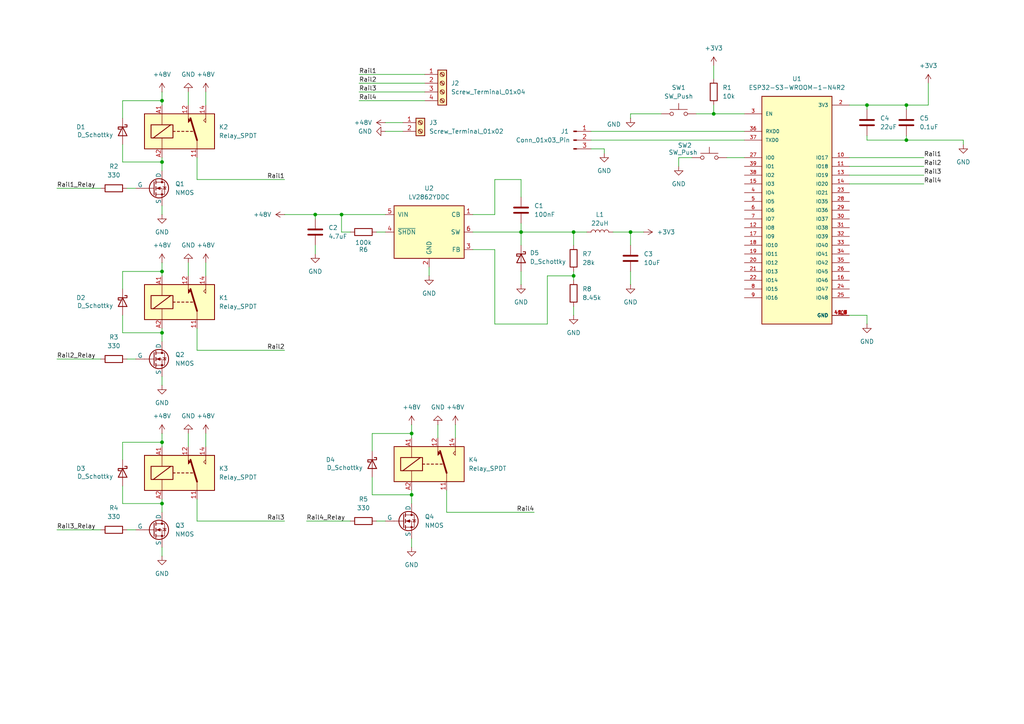
<source format=kicad_sch>
(kicad_sch (version 20250114) (generator "eeschema") (generator_version "9.0")
  (paper "A4")
  (lib_symbols
    (symbol "Connector:Conn_01x03_Pin" (pin_names (offset 1.016) (hide yes))
      (property "Reference" "J" (at 0 5.08 0))
      (property "Value" "Conn_01x03_Pin" (at 0 -5.08 0))
      (symbol "Conn_01x03_Pin_1_1"
        (rectangle (start 0.8636 2.667) (end 0 2.413) (stroke (width 0.1524)) (fill (type outline)))
        (rectangle (start 0.8636 0.127) (end 0 -0.127) (stroke (width 0.1524)) (fill (type outline)))
        (rectangle (start 0.8636 -2.413) (end 0 -2.667) (stroke (width 0.1524)) (fill (type outline)))
        (polyline (pts (xy 1.27 2.54) (xy 0.8636 2.54)) (stroke (width 0.1524)))
        (polyline (pts (xy 1.27 0) (xy 0.8636 0)) (stroke (width 0.1524)))
        (polyline (pts (xy 1.27 -2.54) (xy 0.8636 -2.54)) (stroke (width 0.1524)))
        (pin passive line (at 5.08 2.54 180) (length 3.81) (name "Pin_1") (number "1"))
        (pin passive line (at 5.08 0 180) (length 3.81) (name "Pin_2") (number "2"))
        (pin passive line (at 5.08 -2.54 180) (length 3.81) (name "Pin_3") (number "3"))
      )
    )
    (symbol "Connector:Screw_Terminal_01x02" (pin_names (offset 1.016) (hide yes))
      (property "Reference" "J" (at 0 2.54 0))
      (property "Value" "Screw_Terminal_01x02" (at 0 -5.08 0))
      (symbol "Screw_Terminal_01x02_1_1"
        (rectangle (start -1.27 1.27) (end 1.27 -3.81) (stroke (width 0.254)) (fill (type background)))
        (polyline (pts (xy -0.5334 0.3302) (xy 0.3302 -0.508)) (stroke (width 0.1524)))
        (polyline (pts (xy -0.5334 -2.2098) (xy 0.3302 -3.048)) (stroke (width 0.1524)))
        (polyline (pts (xy -0.3556 0.508) (xy 0.508 -0.3302)) (stroke (width 0.1524)))
        (polyline (pts (xy -0.3556 -2.032) (xy 0.508 -2.8702)) (stroke (width 0.1524)))
        (circle (center 0 0) (radius 0.635) (stroke (width 0.1524)))
        (circle (center 0 -2.54) (radius 0.635) (stroke (width 0.1524)))
        (pin passive line (at -5.08 0 0) (length 3.81) (name "Pin_1") (number "1"))
        (pin passive line (at -5.08 -2.54 0) (length 3.81) (name "Pin_2") (number "2"))
      )
    )
    (symbol "Connector:Screw_Terminal_01x04" (pin_names (offset 1.016) (hide yes))
      (property "Reference" "J" (at 0 5.08 0))
      (property "Value" "Screw_Terminal_01x04" (at 0 -7.62 0))
      (symbol "Screw_Terminal_01x04_1_1"
        (rectangle (start -1.27 3.81) (end 1.27 -6.35) (stroke (width 0.254)) (fill (type background)))
        (polyline (pts (xy -0.5334 2.8702) (xy 0.3302 2.032)) (stroke (width 0.1524)))
        (polyline (pts (xy -0.5334 0.3302) (xy 0.3302 -0.508)) (stroke (width 0.1524)))
        (polyline (pts (xy -0.5334 -2.2098) (xy 0.3302 -3.048)) (stroke (width 0.1524)))
        (polyline (pts (xy -0.5334 -4.7498) (xy 0.3302 -5.588)) (stroke (width 0.1524)))
        (polyline (pts (xy -0.3556 3.048) (xy 0.508 2.2098)) (stroke (width 0.1524)))
        (polyline (pts (xy -0.3556 0.508) (xy 0.508 -0.3302)) (stroke (width 0.1524)))
        (polyline (pts (xy -0.3556 -2.032) (xy 0.508 -2.8702)) (stroke (width 0.1524)))
        (polyline (pts (xy -0.3556 -4.572) (xy 0.508 -5.4102)) (stroke (width 0.1524)))
        (circle (center 0 2.54) (radius 0.635) (stroke (width 0.1524)))
        (circle (center 0 0) (radius 0.635) (stroke (width 0.1524)))
        (circle (center 0 -2.54) (radius 0.635) (stroke (width 0.1524)))
        (circle (center 0 -5.08) (radius 0.635) (stroke (width 0.1524)))
        (pin passive line (at -5.08 2.54 0) (length 3.81) (name "Pin_1") (number "1"))
        (pin passive line (at -5.08 0 0) (length 3.81) (name "Pin_2") (number "2"))
        (pin passive line (at -5.08 -2.54 0) (length 3.81) (name "Pin_3") (number "3"))
        (pin passive line (at -5.08 -5.08 0) (length 3.81) (name "Pin_4") (number "4"))
      )
    )
    (symbol "Device:C" (pin_numbers (hide yes)) (pin_names (offset 0.254))
      (property "Reference" "C" (at 0.635 2.54 0))
      (property "Value" "C" (at 0.635 -2.54 0))
      (symbol "C_0_1"
        (polyline (pts (xy -2.032 0.762) (xy 2.032 0.762)) (stroke (width 0.508)))
        (polyline (pts (xy -2.032 -0.762) (xy 2.032 -0.762)) (stroke (width 0.508)))
      )
      (symbol "C_1_1"
        (pin passive line (at 0 3.81 270) (length 2.794) (name "~") (number "1"))
        (pin passive line (at 0 -3.81 90) (length 2.794) (name "~") (number "2"))
      )
    )
    (symbol "Device:D_Schottky" (pin_numbers (hide yes)) (pin_names (offset 1.016) (hide yes))
      (property "Reference" "D" (at 0 2.54 0))
      (property "Value" "D_Schottky" (at 0 -2.54 0))
      (symbol "D_Schottky_0_1"
        (polyline (pts (xy -1.905 0.635) (xy -1.905 1.27) (xy -1.27 1.27) (xy -1.27 -1.27) (xy -0.635 -1.27) (xy -0.635 -0.635)) (stroke (width 0.254)))
        (polyline (pts (xy 1.27 1.27) (xy 1.27 -1.27) (xy -1.27 0) (xy 1.27 1.27)) (stroke (width 0.254)))
        (polyline (pts (xy 1.27 0) (xy -1.27 0)))
      )
      (symbol "D_Schottky_1_1"
        (pin passive line (at -3.81 0 0) (length 2.54) (name "K") (number "1"))
        (pin passive line (at 3.81 0 180) (length 2.54) (name "A") (number "2"))
      )
    )
    (symbol "Device:L" (pin_numbers (hide yes)) (pin_names (offset 1.016) (hide yes))
      (property "Reference" "L" (at -1.27 0 90))
      (property "Value" "L" (at 1.905 0 90))
      (symbol "L_0_1"
        (arc (start 0 2.54) (mid 0.6323 1.905) (end 0 1.27))
        (arc (start 0 1.27) (mid 0.6323 0.635) (end 0 0))
        (arc (start 0 0) (mid 0.6323 -0.635) (end 0 -1.27))
        (arc (start 0 -1.27) (mid 0.6323 -1.905) (end 0 -2.54))
      )
      (symbol "L_1_1"
        (pin passive line (at 0 3.81 270) (length 1.27) (name "1") (number "1"))
        (pin passive line (at 0 -3.81 90) (length 1.27) (name "2") (number "2"))
      )
    )
    (symbol "Device:R" (pin_numbers (hide yes)) (pin_names (offset 0))
      (property "Reference" "R" (at 2.032 0 90))
      (property "Value" "R" (at 0 0 90))
      (symbol "R_0_1"
        (rectangle (start -1.016 -2.54) (end 1.016 2.54) (stroke (width 0.254)))
      )
      (symbol "R_1_1"
        (pin passive line (at 0 3.81 270) (length 1.27) (name "~") (number "1"))
        (pin passive line (at 0 -3.81 90) (length 1.27) (name "~") (number "2"))
      )
    )
    (symbol "Regulator_Switching:LV2862YDDC" (pin_names (offset 1.016))
      (property "Reference" "U" (at -10.16 11.43 0))
      (property "Value" "LV2862YDDC" (at -10.16 8.89 0))
      (symbol "LV2862YDDC_0_1"
        (rectangle (start -10.16 7.62) (end 10.16 -7.62) (stroke (width 0.254)) (fill (type background)))
      )
      (symbol "LV2862YDDC_1_1"
        (pin power_in line (at -12.7 5.08 0) (length 2.54) (name "VIN") (number "5"))
        (pin input line (at -12.7 0 0) (length 2.54) (name "~{SHDN}") (number "4"))
        (pin power_in line (at 0 -10.16 90) (length 2.54) (name "GND") (number "2"))
        (pin input line (at 12.7 5.08 180) (length 2.54) (name "CB") (number "1"))
        (pin output line (at 12.7 0 180) (length 2.54) (name "SW") (number "6"))
        (pin input line (at 12.7 -5.08 180) (length 2.54) (name "FB") (number "3"))
      )
    )
    (symbol "Relay:Relay_SPDT"
      (property "Reference" "K" (at 11.43 3.81 0))
      (property "Value" "Relay_SPDT" (at 11.43 1.27 0))
      (symbol "Relay_SPDT_0_0"
        (polyline (pts (xy 7.62 5.08) (xy 7.62 2.54) (xy 6.985 3.175) (xy 7.62 3.81)))
      )
      (symbol "Relay_SPDT_0_1"
        (rectangle (start -10.16 5.08) (end 10.16 -5.08) (stroke (width 0.254)) (fill (type background)))
        (rectangle (start -8.255 1.905) (end -1.905 -1.905) (stroke (width 0.254)))
        (polyline (pts (xy -7.62 -1.905) (xy -2.54 1.905)) (stroke (width 0.254)))
        (polyline (pts (xy -5.08 5.08) (xy -5.08 1.905)))
        (polyline (pts (xy -5.08 -5.08) (xy -5.08 -1.905)))
        (polyline (pts (xy -1.905 0) (xy -1.27 0)) (stroke (width 0.254)))
        (polyline (pts (xy -0.635 0) (xy 0 0)) (stroke (width 0.254)))
        (polyline (pts (xy 0.635 0) (xy 1.27 0)) (stroke (width 0.254)))
        (polyline (pts (xy 1.905 0) (xy 2.54 0)) (stroke (width 0.254)))
        (polyline (pts (xy 2.54 5.08) (xy 2.54 2.54) (xy 3.175 3.175) (xy 2.54 3.81)) (fill (type outline)))
        (polyline (pts (xy 3.175 0) (xy 3.81 0)) (stroke (width 0.254)))
        (polyline (pts (xy 5.08 -2.54) (xy 3.175 3.81)) (stroke (width 0.508)))
        (polyline (pts (xy 5.08 -2.54) (xy 5.08 -5.08)))
      )
      (symbol "Relay_SPDT_1_1"
        (pin passive line (at -5.08 7.62 270) (length 2.54) (name "~") (number "A1"))
        (pin passive line (at -5.08 -7.62 90) (length 2.54) (name "~") (number "A2"))
        (pin passive line (at 2.54 7.62 270) (length 2.54) (name "~") (number "12"))
        (pin passive line (at 5.08 -7.62 90) (length 2.54) (name "~") (number "11"))
        (pin passive line (at 7.62 7.62 270) (length 2.54) (name "~") (number "14"))
      )
    )
    (symbol "Simulation_SPICE:NMOS" (pin_numbers (hide yes)) (pin_names (offset 0))
      (property "Reference" "Q" (at 5.08 1.27 0))
      (property "Value" "NMOS" (at 5.08 -1.27 0))
      (symbol "NMOS_0_1"
        (polyline (pts (xy 0.254 1.905) (xy 0.254 -1.905)) (stroke (width 0.254)))
        (polyline (pts (xy 0.254 0) (xy -2.54 0)))
        (polyline (pts (xy 0.762 2.286) (xy 0.762 1.27)) (stroke (width 0.254)))
        (polyline (pts (xy 0.762 0.508) (xy 0.762 -0.508)) (stroke (width 0.254)))
        (polyline (pts (xy 0.762 -1.27) (xy 0.762 -2.286)) (stroke (width 0.254)))
        (polyline (pts (xy 0.762 -1.778) (xy 3.302 -1.778) (xy 3.302 1.778) (xy 0.762 1.778)))
        (polyline (pts (xy 1.016 0) (xy 2.032 0.381) (xy 2.032 -0.381) (xy 1.016 0)) (fill (type outline)))
        (circle (center 1.651 0) (radius 2.794) (stroke (width 0.254)))
        (polyline (pts (xy 2.54 2.54) (xy 2.54 1.778)))
        (circle (center 2.54 1.778) (radius 0.254) (fill (type outline)))
        (circle (center 2.54 -1.778) (radius 0.254) (fill (type outline)))
        (polyline (pts (xy 2.54 -2.54) (xy 2.54 0) (xy 0.762 0)))
        (polyline (pts (xy 2.794 0.508) (xy 2.921 0.381) (xy 3.683 0.381) (xy 3.81 0.254)))
        (polyline (pts (xy 3.302 0.381) (xy 2.921 -0.254) (xy 3.683 -0.254) (xy 3.302 0.381)))
      )
      (symbol "NMOS_1_1"
        (pin input line (at -5.08 0 0) (length 2.54) (name "G") (number "2"))
        (pin passive line (at 2.54 5.08 270) (length 2.54) (name "D") (number "1"))
        (pin passive line (at 2.54 -5.08 90) (length 2.54) (name "S") (number "3"))
      )
    )
    (symbol "Switch:SW_Push" (pin_numbers (hide yes)) (pin_names (offset 1.016) (hide yes))
      (property "Reference" "SW" (at 1.27 2.54 0))
      (property "Value" "SW_Push" (at 0 -1.524 0))
      (symbol "SW_Push_0_1"
        (circle (center -2.032 0) (radius 0.508))
        (polyline (pts (xy 0 1.27) (xy 0 3.048)))
        (circle (center 2.032 0) (radius 0.508))
        (polyline (pts (xy 2.54 1.27) (xy -2.54 1.27)))
        (pin passive line (at -5.08 0 0) (length 2.54) (name "1") (number "1"))
        (pin passive line (at 5.08 0 180) (length 2.54) (name "2") (number "2"))
      )
    )
    (symbol "power:+3V3" (power) (pin_numbers (hide yes)) (pin_names (offset 0) (hide yes))
      (property "Value" "+3V3" (at 0 3.556 0))
      (symbol "+3V3_0_1"
        (polyline (pts (xy -0.762 1.27) (xy 0 2.54)))
        (polyline (pts (xy 0 2.54) (xy 0.762 1.27)))
        (polyline (pts (xy 0 0) (xy 0 2.54)))
      )
      (symbol "+3V3_1_1"
        (pin power_in line (at 0 0 90) (length 0) (name "~") (number "1"))
      )
    )
    (symbol "power:+48V" (power) (pin_numbers (hide yes)) (pin_names (offset 0) (hide yes))
      (property "Value" "+48V" (at 0 3.556 0))
      (symbol "+48V_0_1"
        (polyline (pts (xy -0.762 1.27) (xy 0 2.54)))
        (polyline (pts (xy 0 2.54) (xy 0.762 1.27)))
        (polyline (pts (xy 0 0) (xy 0 2.54)))
      )
      (symbol "+48V_1_1"
        (pin power_in line (at 0 0 90) (length 0) (name "~") (number "1"))
      )
    )
    (symbol "power:GND" (power) (pin_numbers (hide yes)) (pin_names (offset 0) (hide yes))
      (property "Value" "GND" (at 0 -3.81 0))
      (symbol "GND_0_1"
        (polyline (pts (xy 0 0) (xy 0 -1.27) (xy 1.27 -1.27) (xy 0 -2.54) (xy -1.27 -1.27) (xy 0 -1.27)))
      )
      (symbol "GND_1_1"
        (pin power_in line (at 0 0 270) (length 0) (name "~") (number "1"))
      )
    )
    (symbol "symbols:ESP32-S3-WROOM-1-N4R2" (pin_names (offset 1.016))
      (property "Reference" "U" (at -10.16 34.1122 0))
      (property "Value" "ESP32-S3-WROOM-1-N4R2" (at -10.16 -35.56 0))
      (symbol "ESP32-S3-WROOM-1-N4R2_0_0"
        (rectangle (start -10.16 -33.02) (end 10.16 33.02) (stroke (width 0.254)) (fill (type background)))
        (pin input line (at -15.24 27.94 0) (length 5.08) (name "EN") (number "3"))
        (pin bidirectional line (at -15.24 22.86 0) (length 5.08) (name "RXD0") (number "36"))
        (pin bidirectional line (at -15.24 20.32 0) (length 5.08) (name "TXD0") (number "37"))
        (pin bidirectional line (at -15.24 15.24 0) (length 5.08) (name "IO0") (number "27"))
        (pin bidirectional line (at -15.24 12.7 0) (length 5.08) (name "IO1") (number "39"))
        (pin bidirectional line (at -15.24 10.16 0) (length 5.08) (name "IO2") (number "38"))
        (pin bidirectional line (at -15.24 7.62 0) (length 5.08) (name "IO3") (number "15"))
        (pin bidirectional line (at -15.24 5.08 0) (length 5.08) (name "IO4") (number "4"))
        (pin bidirectional line (at -15.24 2.54 0) (length 5.08) (name "IO5") (number "5"))
        (pin bidirectional line (at -15.24 0 0) (length 5.08) (name "IO6") (number "6"))
        (pin bidirectional line (at -15.24 -2.54 0) (length 5.08) (name "IO7") (number "7"))
        (pin bidirectional line (at -15.24 -5.08 0) (length 5.08) (name "IO8") (number "12"))
        (pin bidirectional line (at -15.24 -7.62 0) (length 5.08) (name "IO9") (number "17"))
        (pin bidirectional line (at -15.24 -10.16 0) (length 5.08) (name "IO10") (number "18"))
        (pin bidirectional line (at -15.24 -12.7 0) (length 5.08) (name "IO11") (number "19"))
        (pin bidirectional line (at -15.24 -15.24 0) (length 5.08) (name "IO12") (number "20"))
        (pin bidirectional line (at -15.24 -17.78 0) (length 5.08) (name "IO13") (number "21"))
        (pin bidirectional line (at -15.24 -20.32 0) (length 5.08) (name "IO14") (number "22"))
        (pin bidirectional line (at -15.24 -22.86 0) (length 5.08) (name "IO15") (number "8"))
        (pin bidirectional line (at -15.24 -25.4 0) (length 5.08) (name "IO16") (number "9"))
        (pin power_in line (at 15.24 30.48 180) (length 5.08) (name "3V3") (number "2"))
        (pin bidirectional line (at 15.24 15.24 180) (length 5.08) (name "IO17") (number "10"))
        (pin bidirectional line (at 15.24 12.7 180) (length 5.08) (name "IO18") (number "11"))
        (pin bidirectional line (at 15.24 10.16 180) (length 5.08) (name "IO19") (number "13"))
        (pin bidirectional line (at 15.24 7.62 180) (length 5.08) (name "IO20") (number "14"))
        (pin bidirectional line (at 15.24 5.08 180) (length 5.08) (name "IO21") (number "23"))
        (pin bidirectional line (at 15.24 2.54 180) (length 5.08) (name "IO35") (number "28"))
        (pin bidirectional line (at 15.24 0 180) (length 5.08) (name "IO36") (number "29"))
        (pin bidirectional line (at 15.24 -2.54 180) (length 5.08) (name "IO37") (number "30"))
        (pin bidirectional line (at 15.24 -5.08 180) (length 5.08) (name "IO38") (number "31"))
        (pin bidirectional line (at 15.24 -7.62 180) (length 5.08) (name "IO39") (number "32"))
        (pin bidirectional line (at 15.24 -10.16 180) (length 5.08) (name "IO40") (number "33"))
        (pin bidirectional line (at 15.24 -12.7 180) (length 5.08) (name "IO41") (number "34"))
        (pin bidirectional line (at 15.24 -15.24 180) (length 5.08) (name "IO42") (number "35"))
        (pin bidirectional line (at 15.24 -17.78 180) (length 5.08) (name "IO45") (number "26"))
        (pin bidirectional line (at 15.24 -20.32 180) (length 5.08) (name "IO46") (number "16"))
        (pin bidirectional line (at 15.24 -22.86 180) (length 5.08) (name "IO47") (number "24"))
        (pin bidirectional line (at 15.24 -25.4 180) (length 5.08) (name "IO48") (number "25"))
        (pin power_in line (at 15.24 -30.48 180) (length 5.08) (name "GND") (number "1"))
        (pin power_in line (at 15.24 -30.48 180) (length 5.08) (name "GND") (number "40"))
        (pin power_in line (at 15.24 -30.48 180) (length 5.08) (name "GND") (number "41_1"))
        (pin power_in line (at 15.24 -30.48 180) (length 5.08) (name "GND") (number "41_2"))
        (pin power_in line (at 15.24 -30.48 180) (length 5.08) (name "GND") (number "41_3"))
        (pin power_in line (at 15.24 -30.48 180) (length 5.08) (name "GND") (number "41_4"))
        (pin power_in line (at 15.24 -30.48 180) (length 5.08) (name "GND") (number "41_5"))
        (pin power_in line (at 15.24 -30.48 180) (length 5.08) (name "GND") (number "41_6"))
        (pin power_in line (at 15.24 -30.48 180) (length 5.08) (name "GND") (number "41_7"))
        (pin power_in line (at 15.24 -30.48 180) (length 5.08) (name "GND") (number "41_8"))
        (pin power_in line (at 15.24 -30.48 180) (length 5.08) (name "GND") (number "41_9"))
      )
    )
  )
  (junction (at 151.13 67.31))
  (junction (at 46.99 29.21))
  (junction (at 119.38 125.73))
  (junction (at 46.99 46.99))
  (junction (at 251.46 30.48))
  (junction (at 182.88 67.31))
  (junction (at 99.06 62.23))
  (junction (at 91.44 62.23))
  (junction (at 262.89 30.48))
  (junction (at 46.99 146.05))
  (junction (at 46.99 78.74))
  (junction (at 166.37 80.01))
  (junction (at 46.99 96.52))
  (junction (at 166.37 67.31))
  (junction (at 119.38 143.51))
  (junction (at 262.89 40.64))
  (junction (at 46.99 128.27))
  (junction (at 207.01 33.02))
  (wire (pts (xy 35.56 146.05) (xy 46.99 146.05)))
  (wire (pts (xy 46.99 45.72) (xy 46.99 46.99)))
  (wire (pts (xy 35.56 34.29) (xy 35.56 29.21)))
  (wire (pts (xy 59.69 125.73) (xy 59.69 129.54)))
  (wire (pts (xy 104.14 24.13) (xy 123.19 24.13)))
  (wire (pts (xy 207.01 33.02) (xy 207.01 30.48)))
  (wire (pts (xy 166.37 80.01) (xy 166.37 81.28)))
  (wire (pts (xy 82.55 62.23) (xy 91.44 62.23)))
  (wire (pts (xy 109.22 67.31) (xy 111.76 67.31)))
  (wire (pts (xy 111.76 35.56) (xy 116.84 35.56)))
  (wire (pts (xy 215.9 33.02) (xy 207.01 33.02)))
  (wire (pts (xy 279.4 40.64) (xy 262.89 40.64)))
  (wire (pts (xy 119.38 156.21) (xy 119.38 158.75)))
  (wire (pts (xy 57.15 52.07) (xy 57.15 45.72)))
  (wire (pts (xy 251.46 39.37) (xy 251.46 40.64)))
  (wire (pts (xy 16.51 104.14) (xy 29.21 104.14)))
  (wire (pts (xy 246.38 48.26) (xy 267.97 48.26)))
  (wire (pts (xy 137.16 67.31) (xy 151.13 67.31)))
  (wire (pts (xy 132.08 123.19) (xy 132.08 127)))
  (wire (pts (xy 158.75 93.98) (xy 143.51 93.98)))
  (wire (pts (xy 36.83 104.14) (xy 39.37 104.14)))
  (wire (pts (xy 262.89 30.48) (xy 262.89 31.75)))
  (wire (pts (xy 88.9 151.13) (xy 101.6 151.13)))
  (wire (pts (xy 262.89 39.37) (xy 262.89 40.64)))
  (wire (pts (xy 99.06 67.31) (xy 99.06 62.23)))
  (wire (pts (xy 82.55 101.6) (xy 57.15 101.6)))
  (wire (pts (xy 119.38 125.73) (xy 119.38 127)))
  (wire (pts (xy 35.56 41.91) (xy 35.56 46.99)))
  (wire (pts (xy 107.95 138.43) (xy 107.95 143.51)))
  (wire (pts (xy 182.88 78.74) (xy 182.88 82.55)))
  (wire (pts (xy 35.56 83.82) (xy 35.56 78.74)))
  (wire (pts (xy 46.99 46.99) (xy 46.99 49.53)))
  (wire (pts (xy 36.83 153.67) (xy 39.37 153.67)))
  (wire (pts (xy 129.54 148.59) (xy 129.54 142.24)))
  (wire (pts (xy 137.16 62.23) (xy 143.51 62.23)))
  (wire (pts (xy 46.99 95.25) (xy 46.99 96.52)))
  (wire (pts (xy 175.26 44.45) (xy 175.26 43.18)))
  (wire (pts (xy 171.45 40.64) (xy 215.9 40.64)))
  (wire (pts (xy 104.14 29.21) (xy 123.19 29.21)))
  (wire (pts (xy 119.38 143.51) (xy 119.38 146.05)))
  (wire (pts (xy 59.69 26.67) (xy 59.69 30.48)))
  (wire (pts (xy 36.83 54.61) (xy 39.37 54.61)))
  (wire (pts (xy 82.55 151.13) (xy 57.15 151.13)))
  (wire (pts (xy 35.56 140.97) (xy 35.56 146.05)))
  (wire (pts (xy 54.61 125.73) (xy 54.61 129.54)))
  (wire (pts (xy 46.99 59.69) (xy 46.99 62.23)))
  (wire (pts (xy 57.15 151.13) (xy 57.15 144.78)))
  (wire (pts (xy 46.99 125.73) (xy 46.99 128.27)))
  (wire (pts (xy 91.44 62.23) (xy 91.44 63.5)))
  (wire (pts (xy 46.99 144.78) (xy 46.99 146.05)))
  (wire (pts (xy 171.45 43.18) (xy 175.26 43.18)))
  (wire (pts (xy 166.37 67.31) (xy 170.18 67.31)))
  (wire (pts (xy 35.56 128.27) (xy 46.99 128.27)))
  (wire (pts (xy 91.44 71.12) (xy 91.44 73.66)))
  (wire (pts (xy 151.13 64.77) (xy 151.13 67.31)))
  (wire (pts (xy 124.46 77.47) (xy 124.46 80.01)))
  (wire (pts (xy 104.14 26.67) (xy 123.19 26.67)))
  (wire (pts (xy 46.99 29.21) (xy 46.99 30.48)))
  (wire (pts (xy 151.13 67.31) (xy 151.13 71.12)))
  (wire (pts (xy 46.99 158.75) (xy 46.99 161.29)))
  (wire (pts (xy 82.55 52.07) (xy 57.15 52.07)))
  (wire (pts (xy 251.46 91.44) (xy 251.46 93.98)))
  (wire (pts (xy 57.15 101.6) (xy 57.15 95.25)))
  (wire (pts (xy 182.88 33.02) (xy 191.77 33.02)))
  (wire (pts (xy 151.13 67.31) (xy 166.37 67.31)))
  (wire (pts (xy 182.88 67.31) (xy 186.69 67.31)))
  (wire (pts (xy 154.94 148.59) (xy 129.54 148.59)))
  (wire (pts (xy 46.99 96.52) (xy 46.99 99.06)))
  (wire (pts (xy 16.51 54.61) (xy 29.21 54.61)))
  (wire (pts (xy 166.37 67.31) (xy 166.37 71.12)))
  (wire (pts (xy 59.69 76.2) (xy 59.69 80.01)))
  (wire (pts (xy 54.61 26.67) (xy 54.61 30.48)))
  (wire (pts (xy 16.51 153.67) (xy 29.21 153.67)))
  (wire (pts (xy 104.14 21.59) (xy 123.19 21.59)))
  (wire (pts (xy 46.99 109.22) (xy 46.99 111.76)))
  (wire (pts (xy 35.56 78.74) (xy 46.99 78.74)))
  (wire (pts (xy 107.95 143.51) (xy 119.38 143.51)))
  (wire (pts (xy 107.95 130.81) (xy 107.95 125.73)))
  (wire (pts (xy 107.95 125.73) (xy 119.38 125.73)))
  (wire (pts (xy 143.51 72.39) (xy 137.16 72.39)))
  (wire (pts (xy 171.45 38.1) (xy 215.9 38.1)))
  (wire (pts (xy 269.24 30.48) (xy 269.24 24.13)))
  (wire (pts (xy 91.44 62.23) (xy 99.06 62.23)))
  (wire (pts (xy 46.99 76.2) (xy 46.99 78.74)))
  (wire (pts (xy 196.85 45.72) (xy 196.85 48.26)))
  (wire (pts (xy 143.51 93.98) (xy 143.51 72.39)))
  (wire (pts (xy 101.6 67.31) (xy 99.06 67.31)))
  (wire (pts (xy 35.56 96.52) (xy 46.99 96.52)))
  (wire (pts (xy 201.93 33.02) (xy 207.01 33.02)))
  (wire (pts (xy 262.89 40.64) (xy 251.46 40.64)))
  (wire (pts (xy 111.76 38.1) (xy 116.84 38.1)))
  (wire (pts (xy 246.38 30.48) (xy 251.46 30.48)))
  (wire (pts (xy 127 123.19) (xy 127 127)))
  (wire (pts (xy 35.56 91.44) (xy 35.56 96.52)))
  (wire (pts (xy 251.46 30.48) (xy 251.46 31.75)))
  (wire (pts (xy 143.51 52.07) (xy 151.13 52.07)))
  (wire (pts (xy 119.38 142.24) (xy 119.38 143.51)))
  (wire (pts (xy 207.01 19.05) (xy 207.01 22.86)))
  (wire (pts (xy 182.88 67.31) (xy 182.88 71.12)))
  (wire (pts (xy 109.22 151.13) (xy 111.76 151.13)))
  (wire (pts (xy 46.99 78.74) (xy 46.99 80.01)))
  (wire (pts (xy 246.38 50.8) (xy 267.97 50.8)))
  (wire (pts (xy 251.46 30.48) (xy 262.89 30.48)))
  (wire (pts (xy 279.4 41.91) (xy 279.4 40.64)))
  (wire (pts (xy 166.37 88.9) (xy 166.37 91.44)))
  (wire (pts (xy 35.56 29.21) (xy 46.99 29.21)))
  (wire (pts (xy 200.66 45.72) (xy 196.85 45.72)))
  (wire (pts (xy 46.99 26.67) (xy 46.99 29.21)))
  (wire (pts (xy 151.13 52.07) (xy 151.13 57.15)))
  (wire (pts (xy 246.38 53.34) (xy 267.97 53.34)))
  (wire (pts (xy 35.56 46.99) (xy 46.99 46.99)))
  (wire (pts (xy 246.38 45.72) (xy 267.97 45.72)))
  (wire (pts (xy 54.61 76.2) (xy 54.61 80.01)))
  (wire (pts (xy 46.99 146.05) (xy 46.99 148.59)))
  (wire (pts (xy 151.13 78.74) (xy 151.13 82.55)))
  (wire (pts (xy 46.99 128.27) (xy 46.99 129.54)))
  (wire (pts (xy 262.89 30.48) (xy 269.24 30.48)))
  (wire (pts (xy 177.8 67.31) (xy 182.88 67.31)))
  (wire (pts (xy 99.06 62.23) (xy 111.76 62.23)))
  (wire (pts (xy 143.51 62.23) (xy 143.51 52.07)))
  (wire (pts (xy 158.75 80.01) (xy 158.75 93.98)))
  (wire (pts (xy 166.37 80.01) (xy 158.75 80.01)))
  (wire (pts (xy 210.82 45.72) (xy 215.9 45.72)))
  (wire (pts (xy 182.88 33.02) (xy 182.88 34.29)))
  (wire (pts (xy 35.56 133.35) (xy 35.56 128.27)))
  (wire (pts (xy 166.37 78.74) (xy 166.37 80.01)))
  (wire (pts (xy 119.38 123.19) (xy 119.38 125.73)))
  (wire (pts (xy 246.38 91.44) (xy 251.46 91.44)))
  (label "Rail2_Relay" (at 16.51 104.14 0))
  (label "Rail3_Relay" (at 16.51 153.67 0))
  (label "Rail3" (at 267.97 50.8 0))
  (label "Rail3" (at 104.14 26.67 0))
  (label "Rail2" (at 77.47 101.6 0))
  (label "Rail1" (at 77.47 52.07 0))
  (label "Rail1" (at 267.97 45.72 0))
  (label "Rail2" (at 104.14 24.13 0))
  (label "Rail1" (at 104.14 21.59 0))
  (label "Rail4_Relay" (at 88.9 151.13 0))
  (label "Rail4" (at 149.86 148.59 0))
  (label "Rail3" (at 77.47 151.13 0))
  (label "Rail4" (at 267.97 53.34 0))
  (label "Rail1_Relay" (at 16.51 54.61 0))
  (label "Rail2" (at 267.97 48.26 0))
  (label "Rail4" (at 104.14 29.21 0))
  (symbol (lib_id "power:GND") (at 175.26 44.45 0) (unit 1)
    (property "Reference" "#PWR04" (effects (hide yes)))
    (property "Value" "GND" (at 175.26 49.53 0))
    (property "Description" "Power symbol creates a global label with name \"GND\" , ground" (effects (hide yes)))
  )
  (symbol (lib_id "power:GND") (at 54.61 26.67 180) (unit 1)
    (property "Reference" "#PWR08" (effects (hide yes)))
    (property "Value" "GND" (at 54.61 21.59 0))
    (property "Description" "Power symbol creates a global label with name \"GND\" , ground" (effects (hide yes)))
  )
  (symbol (lib_id "Device:R") (at 105.41 151.13 90) (unit 1)
    (property "Reference" "R5" (at 105.41 144.78 90))
    (property "Value" "330" (at 105.41 147.32 90))
    (property "Footprint" "Resistor_SMD:R_0805_2012Metric_Pad1.20x1.40mm_HandSolder" (effects (hide yes)))
    (property "Description" "Resistor" (effects (hide yes)))
  )
  (symbol (lib_id "Relay:Relay_SPDT") (at 52.07 87.63 0) (unit 1)
    (property "Reference" "K1" (at 63.5 86.3599 0) (effects (justify left)))
    (property "Value" "Relay_SPDT" (at 63.5 88.8999 0) (effects (justify left)))
    (property "Footprint" "footprints:RELAY_PR25-48V-S-360-1C-E" (effects (hide yes)))
    (property "Description" "Relay SPDT, monostable, EN50005" (effects (hide yes)))
  )
  (symbol (lib_id "Device:R") (at 166.37 74.93 0) (unit 1)
    (property "Reference" "R7" (at 168.91 73.6599 0) (effects (justify left)))
    (property "Value" "28k" (at 168.91 76.1999 0) (effects (justify left)))
    (property "Footprint" "Resistor_SMD:R_0805_2012Metric_Pad1.20x1.40mm_HandSolder" (effects (hide yes)))
    (property "Description" "Resistor" (effects (hide yes)))
  )
  (symbol (lib_id "Device:C") (at 151.13 60.96 0) (unit 1)
    (property "Reference" "C1" (at 154.94 59.6899 0) (effects (justify left)))
    (property "Value" "100nF" (at 154.94 62.2299 0) (effects (justify left)))
    (property "Footprint" "Capacitor_SMD:C_0805_2012Metric_Pad1.18x1.45mm_HandSolder" (effects (hide yes)))
    (property "Description" "Unpolarized capacitor" (effects (hide yes)))
  )
  (symbol (lib_id "Regulator_Switching:LV2862YDDC") (at 124.46 67.31 0) (unit 1)
    (property "Reference" "U2" (at 124.46 54.61 0))
    (property "Value" "LV2862YDDC" (at 124.46 57.15 0))
    (property "Footprint" "Package_TO_SOT_SMD:SOT-23-6" (effects (hide yes)))
    (property "Datasheet" "https://www.ti.com/lit/ds/symlink/lv2862.pdf" (effects (hide yes)))
    (property "Description" "60V, 0.6A, stepdown, DC/DC converter, 2.1MHz" (effects (hide yes)))
  )
  (symbol (lib_id "Device:R") (at 105.41 67.31 90) (unit 1)
    (property "Reference" "R6" (at 105.41 72.39 90))
    (property "Value" "100k" (at 105.41 70.358 90))
    (property "Footprint" "Resistor_SMD:R_0805_2012Metric_Pad1.20x1.40mm_HandSolder" (effects (hide yes)))
    (property "Description" "Resistor" (effects (hide yes)))
  )
  (symbol (lib_id "Simulation_SPICE:NMOS") (at 44.45 104.14 0) (unit 1)
    (property "Reference" "Q2" (at 50.8 102.8699 0) (effects (justify left)))
    (property "Value" "NMOS" (at 50.8 105.4099 0) (effects (justify left)))
    (property "Footprint" "Package_TO_SOT_SMD:SOT-523" (effects (hide yes)))
    (property "Datasheet" "https://ngspice.sourceforge.io/docs/ngspice-html-manual/manual.xhtml#cha_MOSFETs" (effects (hide yes)))
    (property "Description" "N-MOSFET transistor, drain/source/gate" (effects (hide yes)))
    (property "Sim.Device" "NMOS" (effects (hide yes)))
    (property "Sim.Type" "VDMOS" (effects (hide yes)))
    (property "Sim.Pins" "1=D 2=G 3=S" (effects (hide yes)))
  )
  (symbol (lib_id "Device:D_Schottky") (at 151.13 74.93 270) (unit 1)
    (property "Reference" "D5" (at 153.67 73.3424 90) (effects (justify left)))
    (property "Value" "D_Schottky" (at 153.67 75.8824 90) (effects (justify left)))
    (property "Footprint" "footprints:DIO_DFLS1100-7" (effects (hide yes)))
    (property "Description" "Schottky diode" (effects (hide yes)))
  )
  (symbol (lib_id "power:GND") (at 91.44 73.66 0) (unit 1)
    (property "Reference" "#PWR028" (effects (hide yes)))
    (property "Value" "GND" (at 91.44 78.74 0))
    (property "Description" "Power symbol creates a global label with name \"GND\" , ground" (effects (hide yes)))
  )
  (symbol (lib_id "Device:L") (at 173.99 67.31 90) (unit 1)
    (property "Reference" "L1" (at 173.99 62.23 90))
    (property "Value" "22uH" (at 173.99 64.77 90))
    (property "Footprint" "footprints:IND_TAIYO_NR8040_TAY" (effects (hide yes)))
    (property "Description" "Inductor" (effects (hide yes)))
  )
  (symbol (lib_id "power:GND") (at 119.38 158.75 0) (unit 1)
    (property "Reference" "#PWR020" (effects (hide yes)))
    (property "Value" "GND" (at 119.38 163.83 0))
    (property "Description" "Power symbol creates a global label with name \"GND\" , ground" (effects (hide yes)))
  )
  (symbol (lib_id "Device:D_Schottky") (at 35.56 137.16 270) (unit 1)
    (property "Reference" "D3" (at 22.098 135.89 90) (effects (justify left)))
    (property "Value" "D_Schottky" (at 22.352 138.176 90) (effects (justify left)))
    (property "Footprint" "footprints:SMAFLAT_STPS2170AF_STM" (effects (hide yes)))
    (property "Description" "Schottky diode" (effects (hide yes)))
  )
  (symbol (lib_id "power:GND") (at 124.46 80.01 0) (unit 1)
    (property "Reference" "#PWR025" (effects (hide yes)))
    (property "Value" "GND" (at 124.46 85.09 0))
    (property "Description" "Power symbol creates a global label with name \"GND\" , ground" (effects (hide yes)))
  )
  (symbol (lib_id "Switch:SW_Push") (at 196.85 33.02 0) (unit 1)
    (property "Reference" "SW1" (at 196.85 25.4 0))
    (property "Value" "SW_Push" (at 196.85 27.94 0))
    (property "Footprint" "footprints:PTS647SK38SMTR2LFS_CNK" (effects (hide yes)))
    (property "Description" "Push button switch, generic, two pins" (effects (hide yes)))
  )
  (symbol (lib_id "Connector:Screw_Terminal_01x04") (at 128.27 24.13 0) (unit 1)
    (property "Reference" "J2" (at 130.81 24.1299 0) (effects (justify left)))
    (property "Value" "Screw_Terminal_01x04" (at 130.81 26.6699 0) (effects (justify left)))
    (property "Footprint" "footprints:TE_282836-4" (effects (hide yes)))
    (property "Description" "Generic screw terminal, single row, 01x04, script generated (kicad-library-utils/schlib/autogen/connector/)" (effects (hide yes)))
  )
  (symbol (lib_id "Device:D_Schottky") (at 35.56 38.1 270) (unit 1)
    (property "Reference" "D1" (at 22.098 36.83 90) (effects (justify left)))
    (property "Value" "D_Schottky" (at 22.352 39.116 90) (effects (justify left)))
    (property "Footprint" "footprints:SMAFLAT_STPS2170AF_STM" (effects (hide yes)))
    (property "Description" "Schottky diode" (effects (hide yes)))
  )
  (symbol (lib_id "Relay:Relay_SPDT") (at 52.07 137.16 0) (unit 1)
    (property "Reference" "K3" (at 63.5 135.8899 0) (effects (justify left)))
    (property "Value" "Relay_SPDT" (at 63.5 138.4299 0) (effects (justify left)))
    (property "Footprint" "footprints:RELAY_PR25-48V-S-360-1C-E" (effects (hide yes)))
    (property "Description" "Relay SPDT, monostable, EN50005" (effects (hide yes)))
  )
  (symbol (lib_id "Device:C") (at 182.88 74.93 0) (unit 1)
    (property "Reference" "C3" (at 186.69 73.6599 0) (effects (justify left)))
    (property "Value" "10uF" (at 186.69 76.1999 0) (effects (justify left)))
    (property "Footprint" "Capacitor_SMD:C_0805_2012Metric_Pad1.18x1.45mm_HandSolder" (effects (hide yes)))
    (property "Description" "Unpolarized capacitor" (effects (hide yes)))
  )
  (symbol (lib_id "Simulation_SPICE:NMOS") (at 116.84 151.13 0) (unit 1)
    (property "Reference" "Q4" (at 123.19 149.8599 0) (effects (justify left)))
    (property "Value" "NMOS" (at 123.19 152.3999 0) (effects (justify left)))
    (property "Footprint" "Package_TO_SOT_SMD:SOT-523" (effects (hide yes)))
    (property "Datasheet" "https://ngspice.sourceforge.io/docs/ngspice-html-manual/manual.xhtml#cha_MOSFETs" (effects (hide yes)))
    (property "Description" "N-MOSFET transistor, drain/source/gate" (effects (hide yes)))
    (property "Sim.Device" "NMOS" (effects (hide yes)))
    (property "Sim.Type" "VDMOS" (effects (hide yes)))
    (property "Sim.Pins" "1=D 2=G 3=S" (effects (hide yes)))
  )
  (symbol (lib_id "power:GND") (at 54.61 125.73 180) (unit 1)
    (property "Reference" "#PWR017" (effects (hide yes)))
    (property "Value" "GND" (at 54.61 120.65 0))
    (property "Description" "Power symbol creates a global label with name \"GND\" , ground" (effects (hide yes)))
  )
  (symbol (lib_id "Connector:Conn_01x03_Pin") (at 166.37 40.64 0) (unit 1)
    (property "Reference" "J1" (at 163.83 38.1 0))
    (property "Value" "Conn_01x03_Pin" (at 157.48 40.64 0))
    (property "Footprint" "Connector_PinHeader_2.54mm:PinHeader_1x03_P2.54mm_Vertical" (effects (hide yes)))
    (property "Description" "Generic connector, single row, 01x03, script generated" (effects (hide yes)))
  )
  (symbol (lib_id "power:GND") (at 46.99 111.76 0) (unit 1)
    (property "Reference" "#PWR012" (effects (hide yes)))
    (property "Value" "GND" (at 46.99 116.84 0))
    (property "Description" "Power symbol creates a global label with name \"GND\" , ground" (effects (hide yes)))
  )
  (symbol (lib_id "power:GND") (at 46.99 62.23 0) (unit 1)
    (property "Reference" "#PWR010" (effects (hide yes)))
    (property "Value" "GND" (at 46.99 67.31 0))
    (property "Description" "Power symbol creates a global label with name \"GND\" , ground" (effects (hide yes)))
  )
  (symbol (lib_id "Device:D_Schottky") (at 107.95 134.62 270) (unit 1)
    (property "Reference" "D4" (at 94.488 133.35 90) (effects (justify left)))
    (property "Value" "D_Schottky" (at 94.742 135.636 90) (effects (justify left)))
    (property "Footprint" "footprints:SMAFLAT_STPS2170AF_STM" (effects (hide yes)))
    (property "Description" "Schottky diode" (effects (hide yes)))
  )
  (symbol (lib_id "Simulation_SPICE:NMOS") (at 44.45 153.67 0) (unit 1)
    (property "Reference" "Q3" (at 50.8 152.3999 0) (effects (justify left)))
    (property "Value" "NMOS" (at 50.8 154.9399 0) (effects (justify left)))
    (property "Footprint" "Package_TO_SOT_SMD:SOT-523" (effects (hide yes)))
    (property "Datasheet" "https://ngspice.sourceforge.io/docs/ngspice-html-manual/manual.xhtml#cha_MOSFETs" (effects (hide yes)))
    (property "Description" "N-MOSFET transistor, drain/source/gate" (effects (hide yes)))
    (property "Sim.Device" "NMOS" (effects (hide yes)))
    (property "Sim.Type" "VDMOS" (effects (hide yes)))
    (property "Sim.Pins" "1=D 2=G 3=S" (effects (hide yes)))
  )
  (symbol (lib_id "power:GND") (at 182.88 82.55 0) (unit 1)
    (property "Reference" "#PWR030" (effects (hide yes)))
    (property "Value" "GND" (at 182.88 87.63 0))
    (property "Description" "Power symbol creates a global label with name \"GND\" , ground" (effects (hide yes)))
  )
  (symbol (lib_id "Device:R") (at 207.01 26.67 0) (unit 1)
    (property "Reference" "R1" (at 209.55 25.3999 0) (effects (justify left)))
    (property "Value" "10k" (at 209.55 27.9399 0) (effects (justify left)))
    (property "Footprint" "Resistor_SMD:R_0805_2012Metric_Pad1.20x1.40mm_HandSolder" (effects (hide yes)))
    (property "Description" "Resistor" (effects (hide yes)))
  )
  (symbol (lib_id "power:+48V") (at 119.38 123.19 0) (unit 1)
    (property "Reference" "#PWR019" (effects (hide yes)))
    (property "Value" "+48V" (at 119.38 118.11 0))
    (property "Description" "Power symbol creates a global label with name \"+48V\"" (effects (hide yes)))
  )
  (symbol (lib_id "power:GND") (at 151.13 82.55 0) (unit 1)
    (property "Reference" "#PWR031" (effects (hide yes)))
    (property "Value" "GND" (at 151.13 87.63 0))
    (property "Description" "Power symbol creates a global label with name \"GND\" , ground" (effects (hide yes)))
  )
  (symbol (lib_id "Relay:Relay_SPDT") (at 52.07 38.1 0) (unit 1)
    (property "Reference" "K2" (at 63.5 36.8299 0) (effects (justify left)))
    (property "Value" "Relay_SPDT" (at 63.5 39.3699 0) (effects (justify left)))
    (property "Footprint" "footprints:RELAY_PR25-48V-S-360-1C-E" (effects (hide yes)))
    (property "Description" "Relay SPDT, monostable, EN50005" (effects (hide yes)))
  )
  (symbol (lib_id "Device:D_Schottky") (at 35.56 87.63 270) (unit 1)
    (property "Reference" "D2" (at 22.098 86.36 90) (effects (justify left)))
    (property "Value" "D_Schottky" (at 22.352 88.646 90) (effects (justify left)))
    (property "Footprint" "footprints:SMAFLAT_STPS2170AF_STM" (effects (hide yes)))
    (property "Description" "Schottky diode" (effects (hide yes)))
  )
  (symbol (lib_id "power:+48V") (at 82.55 62.23 90) (unit 1)
    (property "Reference" "#PWR026" (effects (hide yes)))
    (property "Value" "+48V" (at 78.74 62.2299 90) (effects (justify left)))
    (property "Description" "Power symbol creates a global label with name \"+48V\"" (effects (hide yes)))
  )
  (symbol (lib_id "Device:R") (at 33.02 54.61 90) (unit 1)
    (property "Reference" "R2" (at 33.02 48.26 90))
    (property "Value" "330" (at 33.02 50.8 90))
    (property "Footprint" "Resistor_SMD:R_0805_2012Metric_Pad1.20x1.40mm_HandSolder" (effects (hide yes)))
    (property "Description" "Resistor" (effects (hide yes)))
  )
  (symbol (lib_id "power:GND") (at 111.76 38.1 270) (unit 1)
    (property "Reference" "#PWR024" (effects (hide yes)))
    (property "Value" "GND" (at 107.95 38.0999 90) (effects (justify right)))
    (property "Description" "Power symbol creates a global label with name \"GND\" , ground" (effects (hide yes)))
  )
  (symbol (lib_id "power:+48V") (at 111.76 35.56 90) (unit 1)
    (property "Reference" "#PWR023" (effects (hide yes)))
    (property "Value" "+48V" (at 107.95 35.5599 90) (effects (justify left)))
    (property "Description" "Power symbol creates a global label with name \"+48V\"" (effects (hide yes)))
  )
  (symbol (lib_id "power:+48V") (at 46.99 125.73 0) (unit 1)
    (property "Reference" "#PWR015" (effects (hide yes)))
    (property "Value" "+48V" (at 46.99 120.65 0))
    (property "Description" "Power symbol creates a global label with name \"+48V\"" (effects (hide yes)))
  )
  (symbol (lib_id "power:+48V") (at 59.69 76.2 0) (unit 1)
    (property "Reference" "#PWR014" (effects (hide yes)))
    (property "Value" "+48V" (at 59.69 71.12 0))
    (property "Description" "Power symbol creates a global label with name \"+48V\"" (effects (hide yes)))
  )
  (symbol (lib_id "power:+3V3") (at 186.69 67.31 270) (unit 1)
    (property "Reference" "#PWR029" (effects (hide yes)))
    (property "Value" "+3V3" (at 190.5 67.3099 90) (effects (justify left)))
    (property "Description" "Power symbol creates a global label with name \"+3V3\"" (effects (hide yes)))
  )
  (symbol (lib_id "power:GND") (at 251.46 93.98 0) (unit 1)
    (property "Reference" "#PWR01" (effects (hide yes)))
    (property "Value" "GND" (at 251.46 99.06 0))
    (property "Description" "Power symbol creates a global label with name \"GND\" , ground" (effects (hide yes)))
  )
  (symbol (lib_id "power:+48V") (at 59.69 125.73 0) (unit 1)
    (property "Reference" "#PWR018" (effects (hide yes)))
    (property "Value" "+48V" (at 59.69 120.65 0))
    (property "Description" "Power symbol creates a global label with name \"+48V\"" (effects (hide yes)))
  )
  (symbol (lib_id "power:+48V") (at 46.99 26.67 0) (unit 1)
    (property "Reference" "#PWR07" (effects (hide yes)))
    (property "Value" "+48V" (at 46.99 21.59 0))
    (property "Description" "Power symbol creates a global label with name \"+48V\"" (effects (hide yes)))
  )
  (symbol (lib_id "Device:R") (at 33.02 104.14 90) (unit 1)
    (property "Reference" "R3" (at 33.02 97.79 90))
    (property "Value" "330" (at 33.02 100.33 90))
    (property "Footprint" "Resistor_SMD:R_0805_2012Metric_Pad1.20x1.40mm_HandSolder" (effects (hide yes)))
    (property "Description" "Resistor" (effects (hide yes)))
  )
  (symbol (lib_id "power:GND") (at 182.88 34.29 0) (unit 1)
    (property "Reference" "#PWR05" (effects (hide yes)))
    (property "Value" "GND" (at 178.054 36.068 0))
    (property "Description" "Power symbol creates a global label with name \"GND\" , ground" (effects (hide yes)))
  )
  (symbol (lib_id "Connector:Screw_Terminal_01x02") (at 121.92 35.56 0) (unit 1)
    (property "Reference" "J3" (at 124.46 35.5599 0) (effects (justify left)))
    (property "Value" "Screw_Terminal_01x02" (at 124.46 38.0999 0) (effects (justify left)))
    (property "Footprint" "footprints:TE_282836-2" (effects (hide yes)))
    (property "Description" "Generic screw terminal, single row, 01x02, script generated (kicad-library-utils/schlib/autogen/connector/)" (effects (hide yes)))
  )
  (symbol (lib_id "symbols:ESP32-S3-WROOM-1-N4R2") (at 231.14 60.96 0) (unit 1)
    (property "Reference" "U1" (at 231.14 22.86 0))
    (property "Value" "ESP32-S3-WROOM-1-N4R2" (at 231.14 25.4 0))
    (property "Footprint" "footprints:XCVR_ESP32-S3-WROOM-1-N4R2" (effects (hide yes)))
    (property "MF" "Espressif Systems" (effects (hide yes)))
    (property "MAXIMUM_PACKAGE_HEIGHT" "3.25mm" (effects (hide yes)))
    (property "Package" "NON STANDARD Espressif Systems" (effects (hide yes)))
    (property "Price" "None" (effects (hide yes)))
    (property "Check_prices" "https://www.snapeda.com/parts/ESP32-S3-WROOM-1-N4R2/Espressif+Systems/view-part/?ref=eda" (effects (hide yes)))
    (property "STANDARD" "Manufacturer Recommendations" (effects (hide yes)))
    (property "PARTREV" "v1.0" (effects (hide yes)))
    (property "SnapEDA_Link" "https://www.snapeda.com/parts/ESP32-S3-WROOM-1-N4R2/Espressif+Systems/view-part/?ref=snap" (effects (hide yes)))
    (property "MP" "ESP32-S3-WROOM-1-N4R2" (effects (hide yes)))
    (property "Description_1" "Bluetooth, WiFi 802.11b/g/n, Bluetooth v5.0 Transceiver Module 2.4GHz PCB Trace Surface Mount" (effects (hide yes)))
    (property "Availability" "In Stock" (effects (hide yes)))
    (property "MANUFACTURER" "Espressif" (effects (hide yes)))
  )
  (symbol (lib_id "power:+48V") (at 46.99 76.2 0) (unit 1)
    (property "Reference" "#PWR011" (effects (hide yes)))
    (property "Value" "+48V" (at 46.99 71.12 0))
    (property "Description" "Power symbol creates a global label with name \"+48V\"" (effects (hide yes)))
  )
  (symbol (lib_id "Device:C") (at 251.46 35.56 0) (unit 1)
    (property "Reference" "C4" (at 255.27 34.2899 0) (effects (justify left)))
    (property "Value" "22uF" (at 255.27 36.8299 0) (effects (justify left)))
    (property "Footprint" "Capacitor_SMD:C_0805_2012Metric_Pad1.18x1.45mm_HandSolder" (effects (hide yes)))
    (property "Description" "Unpolarized capacitor" (effects (hide yes)))
  )
  (symbol (lib_id "Switch:SW_Push") (at 205.74 45.72 0) (unit 1)
    (property "Reference" "SW2" (at 198.628 42.164 0))
    (property "Value" "SW_Push" (at 198.12 44.196 0))
    (property "Footprint" "footprints:PTS647SK38SMTR2LFS_CNK" (effects (hide yes)))
    (property "Description" "Push button switch, generic, two pins" (effects (hide yes)))
  )
  (symbol (lib_id "Device:C") (at 91.44 67.31 0) (unit 1)
    (property "Reference" "C2" (at 95.25 66.0399 0) (effects (justify left)))
    (property "Value" "4.7uF" (at 95.25 68.5799 0) (effects (justify left)))
    (property "Footprint" "Capacitor_SMD:C_0805_2012Metric_Pad1.18x1.45mm_HandSolder" (effects (hide yes)))
    (property "Description" "Unpolarized capacitor" (effects (hide yes)))
  )
  (symbol (lib_id "power:GND") (at 196.85 48.26 0) (unit 1)
    (property "Reference" "#PWR06" (effects (hide yes)))
    (property "Value" "GND" (at 196.85 53.34 0))
    (property "Description" "Power symbol creates a global label with name \"GND\" , ground" (effects (hide yes)))
  )
  (symbol (lib_id "power:GND") (at 54.61 76.2 180) (unit 1)
    (property "Reference" "#PWR013" (effects (hide yes)))
    (property "Value" "GND" (at 54.61 71.12 0))
    (property "Description" "Power symbol creates a global label with name \"GND\" , ground" (effects (hide yes)))
  )
  (symbol (lib_id "Relay:Relay_SPDT") (at 124.46 134.62 0) (unit 1)
    (property "Reference" "K4" (at 135.89 133.3499 0) (effects (justify left)))
    (property "Value" "Relay_SPDT" (at 135.89 135.8899 0) (effects (justify left)))
    (property "Footprint" "footprints:RELAY_PR25-48V-S-360-1C-E" (effects (hide yes)))
    (property "Description" "Relay SPDT, monostable, EN50005" (effects (hide yes)))
  )
  (symbol (lib_id "power:+3V3") (at 269.24 24.13 0) (unit 1)
    (property "Reference" "#PWR02" (effects (hide yes)))
    (property "Value" "+3V3" (at 269.24 19.05 0))
    (property "Description" "Power symbol creates a global label with name \"+3V3\"" (effects (hide yes)))
  )
  (symbol (lib_id "Simulation_SPICE:NMOS") (at 44.45 54.61 0) (unit 1)
    (property "Reference" "Q1" (at 50.8 53.3399 0) (effects (justify left)))
    (property "Value" "NMOS" (at 50.8 55.8799 0) (effects (justify left)))
    (property "Footprint" "Package_TO_SOT_SMD:SOT-523" (effects (hide yes)))
    (property "Datasheet" "https://ngspice.sourceforge.io/docs/ngspice-html-manual/manual.xhtml#cha_MOSFETs" (effects (hide yes)))
    (property "Description" "N-MOSFET transistor, drain/source/gate" (effects (hide yes)))
    (property "Sim.Device" "NMOS" (effects (hide yes)))
    (property "Sim.Type" "VDMOS" (effects (hide yes)))
    (property "Sim.Pins" "1=D 2=G 3=S" (effects (hide yes)))
  )
  (symbol (lib_id "power:GND") (at 46.99 161.29 0) (unit 1)
    (property "Reference" "#PWR016" (effects (hide yes)))
    (property "Value" "GND" (at 46.99 166.37 0))
    (property "Description" "Power symbol creates a global label with name \"GND\" , ground" (effects (hide yes)))
  )
  (symbol (lib_id "power:+48V") (at 59.69 26.67 0) (unit 1)
    (property "Reference" "#PWR09" (effects (hide yes)))
    (property "Value" "+48V" (at 59.69 21.59 0))
    (property "Description" "Power symbol creates a global label with name \"+48V\"" (effects (hide yes)))
  )
  (symbol (lib_id "power:GND") (at 279.4 41.91 0) (unit 1)
    (property "Reference" "#PWR032" (effects (hide yes)))
    (property "Value" "GND" (at 279.4 46.99 0))
    (property "Description" "Power symbol creates a global label with name \"GND\" , ground" (effects (hide yes)))
  )
  (symbol (lib_id "power:GND") (at 166.37 91.44 0) (unit 1)
    (property "Reference" "#PWR027" (effects (hide yes)))
    (property "Value" "GND" (at 166.37 96.52 0))
    (property "Description" "Power symbol creates a global label with name \"GND\" , ground" (effects (hide yes)))
  )
  (symbol (lib_id "Device:R") (at 166.37 85.09 0) (unit 1)
    (property "Reference" "R8" (at 168.91 83.8199 0) (effects (justify left)))
    (property "Value" "8.45k" (at 168.91 86.3599 0) (effects (justify left)))
    (property "Footprint" "Resistor_SMD:R_0805_2012Metric_Pad1.20x1.40mm_HandSolder" (effects (hide yes)))
    (property "Description" "Resistor" (effects (hide yes)))
  )
  (symbol (lib_id "power:+48V") (at 132.08 123.19 0) (unit 1)
    (property "Reference" "#PWR022" (effects (hide yes)))
    (property "Value" "+48V" (at 132.08 118.11 0))
    (property "Description" "Power symbol creates a global label with name \"+48V\"" (effects (hide yes)))
  )
  (symbol (lib_id "power:+3V3") (at 207.01 19.05 0) (unit 1)
    (property "Reference" "#PWR03" (effects (hide yes)))
    (property "Value" "+3V3" (at 207.01 13.97 0))
    (property "Description" "Power symbol creates a global label with name \"+3V3\"" (effects (hide yes)))
  )
  (symbol (lib_id "Device:R") (at 33.02 153.67 90) (unit 1)
    (property "Reference" "R4" (at 33.02 147.32 90))
    (property "Value" "330" (at 33.02 149.86 90))
    (property "Footprint" "Resistor_SMD:R_0805_2012Metric_Pad1.20x1.40mm_HandSolder" (effects (hide yes)))
    (property "Description" "Resistor" (effects (hide yes)))
  )
  (symbol (lib_id "power:GND") (at 127 123.19 180) (unit 1)
    (property "Reference" "#PWR021" (effects (hide yes)))
    (property "Value" "GND" (at 127 118.11 0))
    (property "Description" "Power symbol creates a global label with name \"GND\" , ground" (effects (hide yes)))
  )
  (symbol (lib_id "Device:C") (at 262.89 35.56 0) (unit 1)
    (property "Reference" "C5" (at 266.7 34.2899 0) (effects (justify left)))
    (property "Value" "0.1uF" (at 266.7 36.8299 0) (effects (justify left)))
    (property "Footprint" "Capacitor_SMD:C_0805_2012Metric_Pad1.18x1.45mm_HandSolder" (effects (hide yes)))
    (property "Description" "Unpolarized capacitor" (effects (hide yes)))
  )
)
</source>
